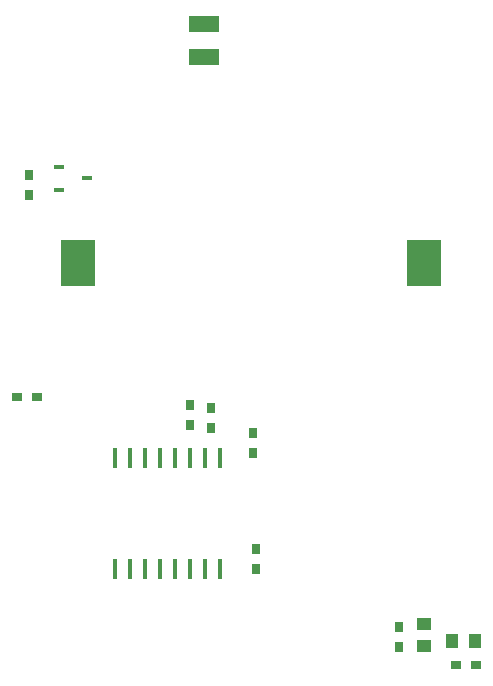
<source format=gbr>
G04 DipTrace 3.0.0.1*
G04 TopPaste.gbr*
%MOMM*%
G04 #@! TF.FileFunction,Paste,Top*
G04 #@! TF.Part,Single*
%ADD41R,0.4X1.8*%
%ADD45R,0.85X0.45*%
%ADD51R,3.0X4.0*%
%ADD53R,2.5X1.4*%
%ADD55R,0.9X0.8*%
%ADD57R,1.3X1.1*%
%ADD59R,1.1X1.3*%
%ADD61R,0.8X0.9*%
%FSLAX35Y35*%
G04*
G71*
G90*
G75*
G01*
G04 TopPaste*
%LPD*%
D61*
X2472000Y4596667D3*
Y4766667D3*
D59*
X4879667Y2767333D3*
X4689667D3*
D57*
X4448333Y2719667D3*
Y2909667D3*
D61*
X4241333Y2713000D3*
Y2883000D3*
D55*
X4890333Y2563333D3*
X4720333D3*
D53*
X2586667Y7988333D3*
Y7708333D3*
D51*
X1523000Y5965333D3*
X4453000D3*
D45*
X1364000Y6778000D3*
Y6588000D3*
X1594000Y6683000D3*
D61*
X3029000Y3378667D3*
Y3548667D3*
X3000333Y4357333D3*
Y4527333D3*
X2651000Y4567667D3*
Y4737667D3*
D55*
X1005667Y4833000D3*
X1175667D3*
D61*
X1102667Y6541667D3*
Y6711667D3*
D41*
X2722000Y4317000D3*
X2595000D3*
X2468000D3*
X2341000D3*
X2214000D3*
X2087000D3*
X1960000D3*
X1833000D3*
Y3377000D3*
X1960000D3*
X2087000D3*
X2214000D3*
X2341000D3*
X2468000D3*
X2595000D3*
X2722000D3*
M02*

</source>
